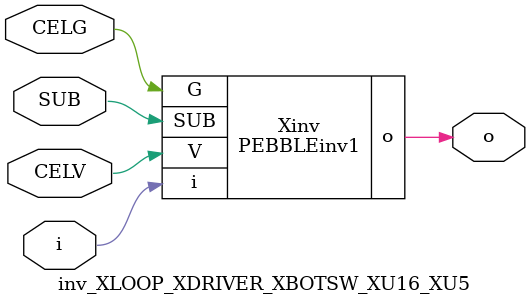
<source format=v>



module PEBBLEinv1 ( o, G, SUB, V, i );

  input V;
  input i;
  input G;
  output o;
  input SUB;
endmodule

//Celera Confidential Do Not Copy inv_XLOOP_XDRIVER_XBOTSW_XU16_XU5
//Celera Confidential Symbol Generator
//5V Inverter
module inv_XLOOP_XDRIVER_XBOTSW_XU16_XU5 (CELV,CELG,i,o,SUB);
input CELV;
input CELG;
input i;
input SUB;
output o;

//Celera Confidential Do Not Copy inv
PEBBLEinv1 Xinv(
.V (CELV),
.i (i),
.o (o),
.SUB (SUB),
.G (CELG)
);
//,diesize,PEBBLEinv1

//Celera Confidential Do Not Copy Module End
//Celera Schematic Generator
endmodule

</source>
